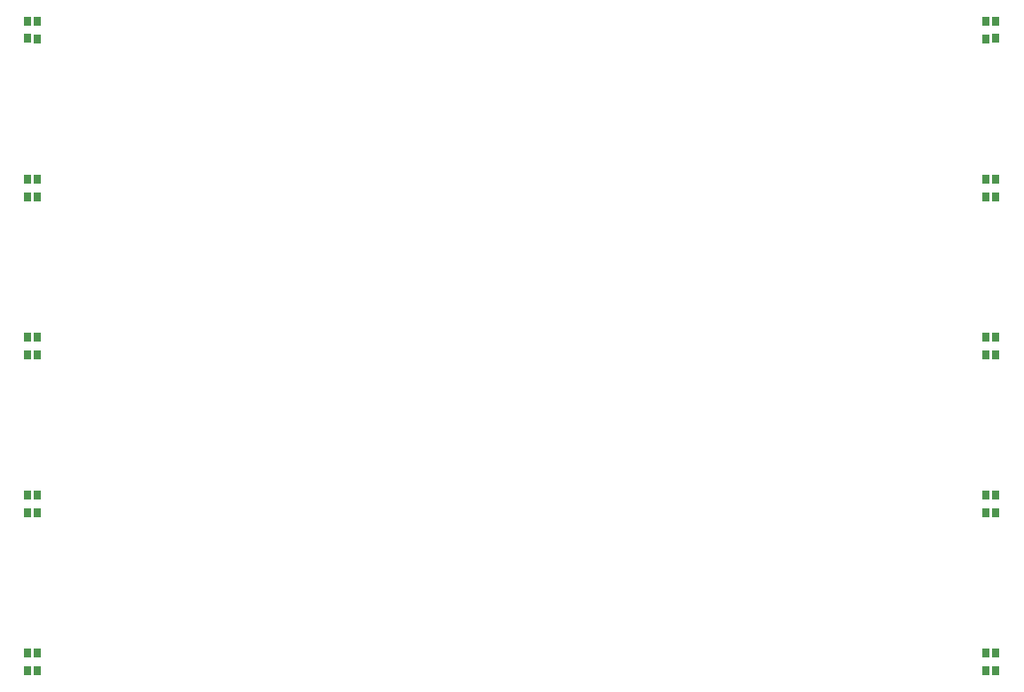
<source format=gbp>
G04 DipTrace 3.2.0.1*
G04 uElements22_02.GBP*
%MOIN*%
G04 #@! TF.FileFunction,Paste,Bot*
G04 #@! TF.Part,Single*
%ADD84R,0.025X0.035307*%
%FSLAX26Y26*%
G04*
G70*
G90*
G75*
G01*
G04 BotPaste*
%LPD*%
D84*
X4350249Y2127000D3*
Y2060535D3*
X4387751Y2061000D3*
Y2127465D3*
X4350249Y2720751D3*
Y2654286D3*
X4387751Y2654751D3*
Y2721215D3*
X4350249Y3314500D3*
Y3248035D3*
X4387751Y3248500D3*
Y3314965D3*
X4350249Y3908251D3*
Y3841786D3*
X4387751Y3842251D3*
Y3908715D3*
X4350249Y4502000D3*
Y4435535D3*
X4387751Y4436000D3*
Y4502465D3*
X750249Y2127000D3*
Y2060535D3*
X787751Y2061000D3*
Y2127465D3*
X750249Y2654751D3*
Y2721215D3*
X787751Y2720751D3*
Y2654286D3*
X750249Y3314500D3*
Y3248035D3*
X787751Y3248500D3*
Y3314965D3*
X750249Y3908251D3*
Y3841786D3*
X787751Y3842251D3*
Y3908715D3*
X750249Y4436000D3*
Y4502465D3*
X787751Y4502000D3*
Y4435535D3*
M02*

</source>
